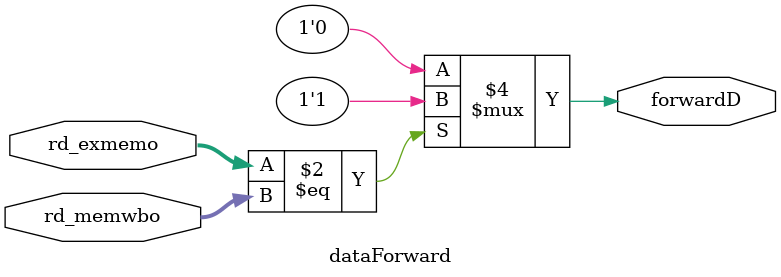
<source format=sv>
module dataForward(rd_exmemo, rd_memwbo, forwardD);
	input logic [4:0] rd_exmemo, rd_memwbo;
	output logic forwardD;
	
	always_comb begin
		if (rd_exmemo == rd_memwbo)
			forwardD = 1;
		else
			forwardD = 0;
	end
endmodule
</source>
